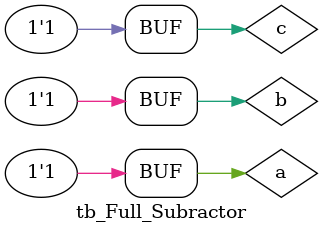
<source format=v>
`timescale 1ns / 1ps


module tb_Full_Subractor;
  reg a,b,c;
  wire Diff,Borrow;  //wire type  only at ouput side
  Full_Subractor uut(.a(a),.b(b),.c(c),.Diff(Diff),.Borrow(Borrow));
  initial begin
  a=0;b=0;c=0;
  #10 a=0;b=0;c=1; // time delay of 10 units
  #10 a=0;b=1;c=0;
  #10 a=0;b=1;c=1;
  #10 a=1;b=0;c=0;
  #10 a=1;b=0;c=1;
  #10 a=1;b=1;c=0;
  #10 a=1;b=1;c=1;
  end
  
endmodule

</source>
